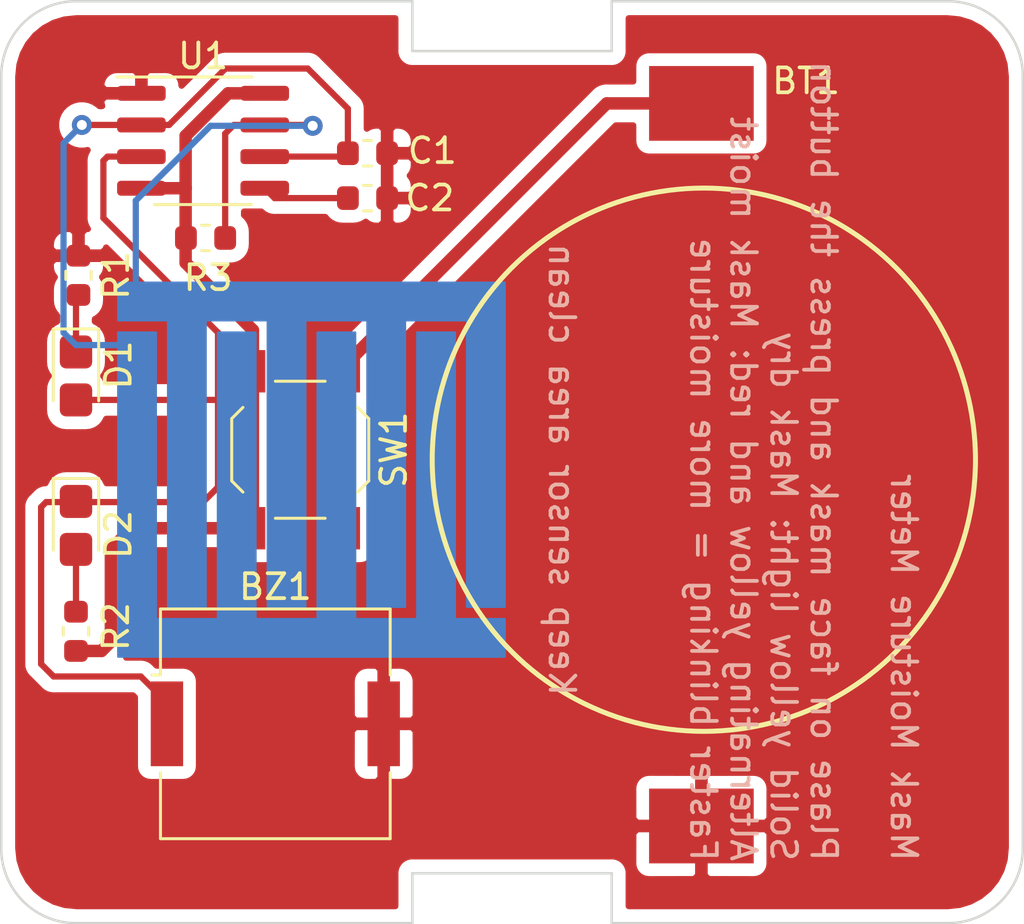
<source format=kicad_pcb>
(kicad_pcb (version 20171130) (host pcbnew "(5.1.4-0-10_14)")

  (general
    (thickness 1.6)
    (drawings 21)
    (tracks 65)
    (zones 0)
    (modules 12)
    (nets 10)
  )

  (page A4)
  (layers
    (0 F.Cu signal hide)
    (31 B.Cu signal hide)
    (32 B.Adhes user)
    (33 F.Adhes user)
    (34 B.Paste user)
    (35 F.Paste user)
    (36 B.SilkS user)
    (37 F.SilkS user)
    (38 B.Mask user)
    (39 F.Mask user)
    (40 Dwgs.User user)
    (41 Cmts.User user)
    (42 Eco1.User user)
    (43 Eco2.User user)
    (44 Edge.Cuts user)
    (45 Margin user)
    (46 B.CrtYd user)
    (47 F.CrtYd user)
    (48 B.Fab user hide)
    (49 F.Fab user hide)
  )

  (setup
    (last_trace_width 0.25)
    (trace_clearance 0.2)
    (zone_clearance 0.508)
    (zone_45_only no)
    (trace_min 0.2)
    (via_size 0.8)
    (via_drill 0.4)
    (via_min_size 0.4)
    (via_min_drill 0.3)
    (uvia_size 0.3)
    (uvia_drill 0.1)
    (uvias_allowed no)
    (uvia_min_size 0.2)
    (uvia_min_drill 0.1)
    (edge_width 0.1)
    (segment_width 0.2)
    (pcb_text_width 0.3)
    (pcb_text_size 1.5 1.5)
    (mod_edge_width 0.12)
    (mod_text_size 1 1)
    (mod_text_width 0.15)
    (pad_size 1.524 1.524)
    (pad_drill 0.762)
    (pad_to_mask_clearance 0.051)
    (solder_mask_min_width 0.25)
    (aux_axis_origin 0 0)
    (grid_origin 101 109)
    (visible_elements FFFFFF7F)
    (pcbplotparams
      (layerselection 0x010fc_ffffffff)
      (usegerberextensions false)
      (usegerberattributes false)
      (usegerberadvancedattributes false)
      (creategerberjobfile false)
      (excludeedgelayer true)
      (linewidth 0.100000)
      (plotframeref false)
      (viasonmask false)
      (mode 1)
      (useauxorigin false)
      (hpglpennumber 1)
      (hpglpenspeed 20)
      (hpglpendiameter 15.000000)
      (psnegative false)
      (psa4output false)
      (plotreference true)
      (plotvalue true)
      (plotinvisibletext false)
      (padsonsilk false)
      (subtractmaskfromsilk false)
      (outputformat 1)
      (mirror false)
      (drillshape 0)
      (scaleselection 1)
      (outputdirectory "Gerbers_V1.0/"))
  )

  (net 0 "")
  (net 1 "Net-(BT1-Pad1)")
  (net 2 "Net-(C1-Pad2)")
  (net 3 "Net-(C2-Pad1)")
  (net 4 "Net-(D1-Pad1)")
  (net 5 "Net-(D2-Pad2)")
  (net 6 "Net-(R3-Pad2)")
  (net 7 GND)
  (net 8 VCC)
  (net 9 "Net-(BZ1-Pad1)")

  (net_class Default "This is the default net class."
    (clearance 0.2)
    (trace_width 0.25)
    (via_dia 0.8)
    (via_drill 0.4)
    (uvia_dia 0.3)
    (uvia_drill 0.1)
    (add_net "Net-(BZ1-Pad1)")
    (add_net "Net-(C1-Pad2)")
    (add_net "Net-(C2-Pad1)")
    (add_net "Net-(D1-Pad1)")
    (add_net "Net-(D2-Pad2)")
    (add_net "Net-(R3-Pad2)")
  )

  (net_class " Power" ""
    (clearance 0.2)
    (trace_width 0.5)
    (via_dia 0.8)
    (via_drill 0.4)
    (uvia_dia 0.3)
    (uvia_drill 0.1)
    (add_net GND)
    (add_net "Net-(BT1-Pad1)")
    (add_net VCC)
  )

  (module maskmeter:PCB_Resistance_Pad (layer B.Cu) (tedit 5EC280D2) (tstamp 5EC24647)
    (at 113.7 89.8)
    (path /5EC253D9)
    (attr virtual)
    (fp_text reference R4 (at 12.5 -9.5) (layer B.SilkS) hide
      (effects (font (size 1 1) (thickness 0.15)) (justify mirror))
    )
    (fp_text value R_PCB (at -0.5 10) (layer B.Fab) hide
      (effects (font (size 1 1) (thickness 0.15)) (justify mirror))
    )
    (fp_poly (pts (xy 7.5 7) (xy 5.5 7) (xy 5.5 -4.5) (xy 4 -4.5)
      (xy 4 7) (xy 1.5 7) (xy 1.5 -4.5) (xy 0 -4.5)
      (xy 0 7) (xy -2.5 7) (xy -2.5 -4.5) (xy -4 -4.5)
      (xy -4 7) (xy -6.5 7) (xy -6.5 -4.5) (xy -8 -4.5)
      (xy -8 7) (xy -8 8.5) (xy 7.5 8.5)) (layer B.Cu) (width 0.1))
    (fp_poly (pts (xy -8 -5) (xy -6 -5) (xy -6 6.5) (xy -4.5 6.5)
      (xy -4.5 -5) (xy -2 -5) (xy -2 6.5) (xy -0.5 6.5)
      (xy -0.5 -5) (xy 2 -5) (xy 2 6.5) (xy 3.5 6.5)
      (xy 3.5 -5) (xy 6 -5) (xy 6 6.5) (xy 7.5 6.5)
      (xy 7.5 -5) (xy 7.5 -6.5) (xy -8 -6.5)) (layer B.Cu) (width 0.1))
    (fp_poly (pts (xy -9.5 10) (xy 9 10) (xy 9 -8) (xy -9.5 -8)) (layer B.Mask) (width 0.1))
    (pad 1 smd rect (at -7.25 -3.75) (size 1.5 1.5) (layers B.Cu B.Mask)
      (net 2 "Net-(C1-Pad2)"))
    (pad 2 smd rect (at -7.25 -5.75) (size 1.5 1.5) (layers B.Cu B.Mask)
      (net 6 "Net-(R3-Pad2)"))
  )

  (module maskmeter:QJ.BS-6 (layer F.Cu) (tedit 5EC234AB) (tstamp 5EC21D8F)
    (at 129.1 90.6 180)
    (path /5EC1F587)
    (fp_text reference BT1 (at -4.2 15.4) (layer F.SilkS)
      (effects (font (size 1 1) (thickness 0.15)))
    )
    (fp_text value Battery_Cell (at 0.3 17.8) (layer F.Fab) hide
      (effects (font (size 1 1) (thickness 0.15)))
    )
    (fp_line (start 3.5 -11.5) (end 10 -11.5) (layer F.CrtYd) (width 0.12))
    (fp_line (start 3.5 -14.5) (end 3.5 -11.5) (layer F.CrtYd) (width 0.12))
    (fp_line (start 2.5 -14.5) (end 3.5 -14.5) (layer F.CrtYd) (width 0.12))
    (fp_line (start 10 10.5) (end 10 -11.5) (layer F.CrtYd) (width 0.12))
    (fp_line (start 4 10.5) (end 10 10.5) (layer F.CrtYd) (width 0.12))
    (fp_line (start 4 14.5) (end 4 10.5) (layer F.CrtYd) (width 0.12))
    (fp_line (start 2.5 14.5) (end 4 14.5) (layer F.CrtYd) (width 0.12))
    (fp_line (start -4 14.5) (end 2.5 14.5) (layer F.CrtYd) (width 0.12))
    (fp_line (start -4 10.5) (end -4 14.5) (layer F.CrtYd) (width 0.12))
    (fp_line (start -10 10.5) (end -4 10.5) (layer F.CrtYd) (width 0.12))
    (fp_line (start -10 -11.5) (end -10 10.5) (layer F.CrtYd) (width 0.12))
    (fp_line (start -3.5 -11.5) (end -10 -11.5) (layer F.CrtYd) (width 0.12))
    (fp_line (start -3.5 -14.5) (end -3.5 -11.5) (layer F.CrtYd) (width 0.12))
    (fp_line (start 2.5 -14.5) (end -3.5 -14.5) (layer F.CrtYd) (width 0.12))
    (pad 2 smd rect (at 0 -14.5 180) (size 4.2 3) (layers F.Cu F.Paste F.Mask)
      (net 7 GND))
    (pad 1 smd rect (at 0 14.5 180) (size 4.2 3) (layers F.Cu F.Paste F.Mask)
      (net 1 "Net-(BT1-Pad1)"))
  )

  (module Buzzer_Beeper:Buzzer_Murata_PKMCS0909E4000-R1 (layer F.Cu) (tedit 5A030281) (tstamp 5EC2AA29)
    (at 112 101)
    (descr "Murata Buzzer http://www.murata.com/en-us/api/pdfdownloadapi?cate=&partno=PKMCS0909E4000-R1")
    (tags "Murata Buzzer Beeper")
    (path /5EC677E7)
    (attr smd)
    (fp_text reference BZ1 (at 0 -5.5) (layer F.SilkS)
      (effects (font (size 1 1) (thickness 0.15)))
    )
    (fp_text value Buzzer (at 0 5.5) (layer F.Fab)
      (effects (font (size 1 1) (thickness 0.15)))
    )
    (fp_line (start -4.75 4.75) (end -4.75 1.95) (layer F.CrtYd) (width 0.05))
    (fp_line (start -4.75 1.95) (end -5.25 1.95) (layer F.CrtYd) (width 0.05))
    (fp_line (start -5.25 1.95) (end -5.25 -1.95) (layer F.CrtYd) (width 0.05))
    (fp_line (start -4.75 -1.95) (end -5.25 -1.95) (layer F.CrtYd) (width 0.05))
    (fp_line (start -4.75 -1.95) (end -4.75 -4.75) (layer F.CrtYd) (width 0.05))
    (fp_line (start 4.75 -1.95) (end 5.25 -1.95) (layer F.CrtYd) (width 0.05))
    (fp_line (start 4.75 -1.95) (end 4.75 -4.75) (layer F.CrtYd) (width 0.05))
    (fp_line (start -4.5 4.5) (end -4.5 -3.5) (layer F.Fab) (width 0.1))
    (fp_line (start 4.75 4.75) (end 4.75 1.95) (layer F.CrtYd) (width 0.05))
    (fp_line (start -3.5 -4.5) (end 4.5 -4.5) (layer F.Fab) (width 0.1))
    (fp_line (start 4.5 -4.5) (end 4.5 4.5) (layer F.Fab) (width 0.1))
    (fp_line (start 4.5 4.5) (end -4.5 4.5) (layer F.Fab) (width 0.1))
    (fp_line (start -4.75 -4.75) (end 4.75 -4.75) (layer F.CrtYd) (width 0.05))
    (fp_line (start 4.75 4.75) (end -4.75 4.75) (layer F.CrtYd) (width 0.05))
    (fp_line (start -4.61 -1.96) (end -4.61 -4.61) (layer F.SilkS) (width 0.12))
    (fp_line (start -4.61 -4.61) (end 4.61 -4.61) (layer F.SilkS) (width 0.12))
    (fp_line (start 4.61 -4.61) (end 4.61 -1.96) (layer F.SilkS) (width 0.12))
    (fp_line (start 4.61 1.96) (end 4.61 4.61) (layer F.SilkS) (width 0.12))
    (fp_line (start 4.61 4.61) (end -4.61 4.61) (layer F.SilkS) (width 0.12))
    (fp_line (start -4.61 4.61) (end -4.61 1.96) (layer F.SilkS) (width 0.12))
    (fp_line (start -4.61 -1.96) (end -4.94 -1.96) (layer F.SilkS) (width 0.12))
    (fp_line (start -4.5 -3.5) (end -3.5 -4.5) (layer F.Fab) (width 0.1))
    (fp_text user %R (at 0 0.4) (layer F.Fab)
      (effects (font (size 1 1) (thickness 0.15)))
    )
    (fp_line (start 4.75 1.95) (end 5.25 1.95) (layer F.CrtYd) (width 0.05))
    (fp_line (start 5.25 1.95) (end 5.25 -1.95) (layer F.CrtYd) (width 0.05))
    (pad 2 smd rect (at 4.35 0) (size 1.3 3.4) (layers F.Cu F.Paste F.Mask)
      (net 7 GND))
    (pad 1 smd rect (at -4.35 0) (size 1.3 3.4) (layers F.Cu F.Paste F.Mask)
      (net 9 "Net-(BZ1-Pad1)"))
    (model ${KISYS3DMOD}/Buzzer_Beeper.3dshapes/Buzzer_Murata_PKMCS0909E4000-R1.wrl
      (at (xyz 0 0 0))
      (scale (xyz 1 1 1))
      (rotate (xyz 0 0 0))
    )
  )

  (module Button_Switch_SMD:SW_SPST_TL3342 (layer F.Cu) (tedit 5A02FC95) (tstamp 5EC22FC4)
    (at 113 90 270)
    (descr "Low-profile SMD Tactile Switch, https://www.e-switch.com/system/asset/product_line/data_sheet/165/TL3342.pdf")
    (tags "SPST Tactile Switch")
    (path /5EC238D8)
    (attr smd)
    (fp_text reference SW1 (at 0 -3.75 90) (layer F.SilkS)
      (effects (font (size 1 1) (thickness 0.15)))
    )
    (fp_text value SW_Push (at 0 3.75 90) (layer F.Fab)
      (effects (font (size 1 1) (thickness 0.15)))
    )
    (fp_circle (center 0 0) (end 1 0) (layer F.Fab) (width 0.1))
    (fp_line (start -4.25 3) (end -4.25 -3) (layer F.CrtYd) (width 0.05))
    (fp_line (start 4.25 3) (end -4.25 3) (layer F.CrtYd) (width 0.05))
    (fp_line (start 4.25 -3) (end 4.25 3) (layer F.CrtYd) (width 0.05))
    (fp_line (start -4.25 -3) (end 4.25 -3) (layer F.CrtYd) (width 0.05))
    (fp_line (start -1.2 -2.6) (end -2.6 -1.2) (layer F.Fab) (width 0.1))
    (fp_line (start 1.2 -2.6) (end -1.2 -2.6) (layer F.Fab) (width 0.1))
    (fp_line (start 2.6 -1.2) (end 1.2 -2.6) (layer F.Fab) (width 0.1))
    (fp_line (start 2.6 1.2) (end 2.6 -1.2) (layer F.Fab) (width 0.1))
    (fp_line (start 1.2 2.6) (end 2.6 1.2) (layer F.Fab) (width 0.1))
    (fp_line (start -1.2 2.6) (end 1.2 2.6) (layer F.Fab) (width 0.1))
    (fp_line (start -2.6 1.2) (end -1.2 2.6) (layer F.Fab) (width 0.1))
    (fp_line (start -2.6 -1.2) (end -2.6 1.2) (layer F.Fab) (width 0.1))
    (fp_line (start -1.25 -2.75) (end 1.25 -2.75) (layer F.SilkS) (width 0.12))
    (fp_line (start -2.75 -1) (end -2.75 1) (layer F.SilkS) (width 0.12))
    (fp_line (start -1.25 2.75) (end 1.25 2.75) (layer F.SilkS) (width 0.12))
    (fp_line (start 2.75 -1) (end 2.75 1) (layer F.SilkS) (width 0.12))
    (fp_line (start -2 1) (end -2 -1) (layer F.Fab) (width 0.1))
    (fp_line (start -1 2) (end -2 1) (layer F.Fab) (width 0.1))
    (fp_line (start 1 2) (end -1 2) (layer F.Fab) (width 0.1))
    (fp_line (start 2 1) (end 1 2) (layer F.Fab) (width 0.1))
    (fp_line (start 2 -1) (end 2 1) (layer F.Fab) (width 0.1))
    (fp_line (start 1 -2) (end 2 -1) (layer F.Fab) (width 0.1))
    (fp_line (start -1 -2) (end 1 -2) (layer F.Fab) (width 0.1))
    (fp_line (start -2 -1) (end -1 -2) (layer F.Fab) (width 0.1))
    (fp_line (start -1.7 -2.3) (end -1.25 -2.75) (layer F.SilkS) (width 0.12))
    (fp_line (start 1.7 -2.3) (end 1.25 -2.75) (layer F.SilkS) (width 0.12))
    (fp_line (start 1.7 2.3) (end 1.25 2.75) (layer F.SilkS) (width 0.12))
    (fp_line (start -1.7 2.3) (end -1.25 2.75) (layer F.SilkS) (width 0.12))
    (fp_line (start 3.2 1.6) (end 2.2 1.6) (layer F.Fab) (width 0.1))
    (fp_line (start 2.7 2.1) (end 2.7 1.6) (layer F.Fab) (width 0.1))
    (fp_line (start 1.7 2.1) (end 3.2 2.1) (layer F.Fab) (width 0.1))
    (fp_line (start -1.7 2.1) (end -3.2 2.1) (layer F.Fab) (width 0.1))
    (fp_line (start -3.2 1.6) (end -2.2 1.6) (layer F.Fab) (width 0.1))
    (fp_line (start -2.7 2.1) (end -2.7 1.6) (layer F.Fab) (width 0.1))
    (fp_line (start -3.2 -1.6) (end -2.2 -1.6) (layer F.Fab) (width 0.1))
    (fp_line (start -1.7 -2.1) (end -3.2 -2.1) (layer F.Fab) (width 0.1))
    (fp_line (start -2.7 -2.1) (end -2.7 -1.6) (layer F.Fab) (width 0.1))
    (fp_line (start 3.2 -1.6) (end 2.2 -1.6) (layer F.Fab) (width 0.1))
    (fp_line (start 1.7 -2.1) (end 3.2 -2.1) (layer F.Fab) (width 0.1))
    (fp_line (start 2.7 -2.1) (end 2.7 -1.6) (layer F.Fab) (width 0.1))
    (fp_line (start -3.2 -2.1) (end -3.2 -1.6) (layer F.Fab) (width 0.1))
    (fp_line (start -3.2 2.1) (end -3.2 1.6) (layer F.Fab) (width 0.1))
    (fp_line (start 3.2 -2.1) (end 3.2 -1.6) (layer F.Fab) (width 0.1))
    (fp_line (start 3.2 2.1) (end 3.2 1.6) (layer F.Fab) (width 0.1))
    (fp_text user %R (at 0 -3.75 90) (layer F.Fab)
      (effects (font (size 1 1) (thickness 0.15)))
    )
    (pad 2 smd rect (at 3.15 1.9 270) (size 1.7 1) (layers F.Cu F.Paste F.Mask)
      (net 8 VCC))
    (pad 2 smd rect (at -3.15 1.9 270) (size 1.7 1) (layers F.Cu F.Paste F.Mask)
      (net 8 VCC))
    (pad 1 smd rect (at 3.15 -1.9 270) (size 1.7 1) (layers F.Cu F.Paste F.Mask)
      (net 1 "Net-(BT1-Pad1)"))
    (pad 1 smd rect (at -3.15 -1.9 270) (size 1.7 1) (layers F.Cu F.Paste F.Mask)
      (net 1 "Net-(BT1-Pad1)"))
    (model ${KISYS3DMOD}/Button_Switch_SMD.3dshapes/SW_SPST_TL3342.wrl
      (at (xyz 0 0 0))
      (scale (xyz 1 1 1))
      (rotate (xyz 0 0 0))
    )
  )

  (module Resistor_SMD:R_0603_1608Metric (layer F.Cu) (tedit 5B301BBD) (tstamp 5EC22F8E)
    (at 109.2 81.5)
    (descr "Resistor SMD 0603 (1608 Metric), square (rectangular) end terminal, IPC_7351 nominal, (Body size source: http://www.tortai-tech.com/upload/download/2011102023233369053.pdf), generated with kicad-footprint-generator")
    (tags resistor)
    (path /5EC2560F)
    (attr smd)
    (fp_text reference R3 (at 0.1 1.6) (layer F.SilkS)
      (effects (font (size 1 1) (thickness 0.15)))
    )
    (fp_text value 1k (at -0.1 -1.6) (layer F.Fab)
      (effects (font (size 1 1) (thickness 0.15)))
    )
    (fp_text user %R (at -0.6 0) (layer F.Fab)
      (effects (font (size 0.4 0.4) (thickness 0.06)))
    )
    (fp_line (start 1.48 0.73) (end -1.48 0.73) (layer F.CrtYd) (width 0.05))
    (fp_line (start 1.48 -0.73) (end 1.48 0.73) (layer F.CrtYd) (width 0.05))
    (fp_line (start -1.48 -0.73) (end 1.48 -0.73) (layer F.CrtYd) (width 0.05))
    (fp_line (start -1.48 0.73) (end -1.48 -0.73) (layer F.CrtYd) (width 0.05))
    (fp_line (start -0.162779 0.51) (end 0.162779 0.51) (layer F.SilkS) (width 0.12))
    (fp_line (start -0.162779 -0.51) (end 0.162779 -0.51) (layer F.SilkS) (width 0.12))
    (fp_line (start 0.8 0.4) (end -0.8 0.4) (layer F.Fab) (width 0.1))
    (fp_line (start 0.8 -0.4) (end 0.8 0.4) (layer F.Fab) (width 0.1))
    (fp_line (start -0.8 -0.4) (end 0.8 -0.4) (layer F.Fab) (width 0.1))
    (fp_line (start -0.8 0.4) (end -0.8 -0.4) (layer F.Fab) (width 0.1))
    (pad 2 smd roundrect (at 0.7875 0) (size 0.875 0.95) (layers F.Cu F.Paste F.Mask) (roundrect_rratio 0.25)
      (net 6 "Net-(R3-Pad2)"))
    (pad 1 smd roundrect (at -0.7875 0) (size 0.875 0.95) (layers F.Cu F.Paste F.Mask) (roundrect_rratio 0.25)
      (net 8 VCC))
    (model ${KISYS3DMOD}/Resistor_SMD.3dshapes/R_0603_1608Metric.wrl
      (at (xyz 0 0 0))
      (scale (xyz 1 1 1))
      (rotate (xyz 0 0 0))
    )
  )

  (module Resistor_SMD:R_0603_1608Metric (layer F.Cu) (tedit 5B301BBD) (tstamp 5EC22F7D)
    (at 104 97.2875 90)
    (descr "Resistor SMD 0603 (1608 Metric), square (rectangular) end terminal, IPC_7351 nominal, (Body size source: http://www.tortai-tech.com/upload/download/2011102023233369053.pdf), generated with kicad-footprint-generator")
    (tags resistor)
    (path /5EC24FA1)
    (attr smd)
    (fp_text reference R2 (at 0.1875 1.6 90) (layer F.SilkS)
      (effects (font (size 1 1) (thickness 0.15)))
    )
    (fp_text value R75 (at 0 -1.3 90) (layer F.Fab)
      (effects (font (size 1 1) (thickness 0.15)))
    )
    (fp_line (start -0.8 0.4) (end -0.8 -0.4) (layer F.Fab) (width 0.1))
    (fp_line (start -0.8 -0.4) (end 0.8 -0.4) (layer F.Fab) (width 0.1))
    (fp_line (start 0.8 -0.4) (end 0.8 0.4) (layer F.Fab) (width 0.1))
    (fp_line (start 0.8 0.4) (end -0.8 0.4) (layer F.Fab) (width 0.1))
    (fp_line (start -0.162779 -0.51) (end 0.162779 -0.51) (layer F.SilkS) (width 0.12))
    (fp_line (start -0.162779 0.51) (end 0.162779 0.51) (layer F.SilkS) (width 0.12))
    (fp_line (start -1.48 0.73) (end -1.48 -0.73) (layer F.CrtYd) (width 0.05))
    (fp_line (start -1.48 -0.73) (end 1.48 -0.73) (layer F.CrtYd) (width 0.05))
    (fp_line (start 1.48 -0.73) (end 1.48 0.73) (layer F.CrtYd) (width 0.05))
    (fp_line (start 1.48 0.73) (end -1.48 0.73) (layer F.CrtYd) (width 0.05))
    (fp_text user %R (at 0 0 90) (layer F.Fab)
      (effects (font (size 0.4 0.4) (thickness 0.06)))
    )
    (pad 1 smd roundrect (at -0.7875 0 90) (size 0.875 0.95) (layers F.Cu F.Paste F.Mask) (roundrect_rratio 0.25)
      (net 8 VCC))
    (pad 2 smd roundrect (at 0.7875 0 90) (size 0.875 0.95) (layers F.Cu F.Paste F.Mask) (roundrect_rratio 0.25)
      (net 5 "Net-(D2-Pad2)"))
    (model ${KISYS3DMOD}/Resistor_SMD.3dshapes/R_0603_1608Metric.wrl
      (at (xyz 0 0 0))
      (scale (xyz 1 1 1))
      (rotate (xyz 0 0 0))
    )
  )

  (module Resistor_SMD:R_0603_1608Metric (layer F.Cu) (tedit 5B301BBD) (tstamp 5EC22F6C)
    (at 104.1 83 90)
    (descr "Resistor SMD 0603 (1608 Metric), square (rectangular) end terminal, IPC_7351 nominal, (Body size source: http://www.tortai-tech.com/upload/download/2011102023233369053.pdf), generated with kicad-footprint-generator")
    (tags resistor)
    (path /5EC249EA)
    (attr smd)
    (fp_text reference R1 (at 0 1.5 90) (layer F.SilkS)
      (effects (font (size 1 1) (thickness 0.15)))
    )
    (fp_text value R75 (at 0.1 -1.3 90) (layer F.Fab)
      (effects (font (size 1 1) (thickness 0.15)))
    )
    (fp_text user %R (at 0 0 90) (layer F.Fab)
      (effects (font (size 0.4 0.4) (thickness 0.06)))
    )
    (fp_line (start 1.48 0.73) (end -1.48 0.73) (layer F.CrtYd) (width 0.05))
    (fp_line (start 1.48 -0.73) (end 1.48 0.73) (layer F.CrtYd) (width 0.05))
    (fp_line (start -1.48 -0.73) (end 1.48 -0.73) (layer F.CrtYd) (width 0.05))
    (fp_line (start -1.48 0.73) (end -1.48 -0.73) (layer F.CrtYd) (width 0.05))
    (fp_line (start -0.162779 0.51) (end 0.162779 0.51) (layer F.SilkS) (width 0.12))
    (fp_line (start -0.162779 -0.51) (end 0.162779 -0.51) (layer F.SilkS) (width 0.12))
    (fp_line (start 0.8 0.4) (end -0.8 0.4) (layer F.Fab) (width 0.1))
    (fp_line (start 0.8 -0.4) (end 0.8 0.4) (layer F.Fab) (width 0.1))
    (fp_line (start -0.8 -0.4) (end 0.8 -0.4) (layer F.Fab) (width 0.1))
    (fp_line (start -0.8 0.4) (end -0.8 -0.4) (layer F.Fab) (width 0.1))
    (pad 2 smd roundrect (at 0.7875 0 90) (size 0.875 0.95) (layers F.Cu F.Paste F.Mask) (roundrect_rratio 0.25)
      (net 7 GND))
    (pad 1 smd roundrect (at -0.7875 0 90) (size 0.875 0.95) (layers F.Cu F.Paste F.Mask) (roundrect_rratio 0.25)
      (net 4 "Net-(D1-Pad1)"))
    (model ${KISYS3DMOD}/Resistor_SMD.3dshapes/R_0603_1608Metric.wrl
      (at (xyz 0 0 0))
      (scale (xyz 1 1 1))
      (rotate (xyz 0 0 0))
    )
  )

  (module LED_SMD:LED_0805_2012Metric_Castellated (layer F.Cu) (tedit 5B36C52C) (tstamp 5EC22F5B)
    (at 104 93.0375 270)
    (descr "LED SMD 0805 (2012 Metric), castellated end terminal, IPC_7351 nominal, (Body size source: https://docs.google.com/spreadsheets/d/1BsfQQcO9C6DZCsRaXUlFlo91Tg2WpOkGARC1WS5S8t0/edit?usp=sharing), generated with kicad-footprint-generator")
    (tags "LED castellated")
    (path /5EC27549)
    (attr smd)
    (fp_text reference D2 (at 0.3625 -1.7 90) (layer F.SilkS)
      (effects (font (size 1 1) (thickness 0.15)))
    )
    (fp_text value RED (at 0 1.6 90) (layer F.Fab)
      (effects (font (size 1 1) (thickness 0.15)))
    )
    (fp_text user %R (at 0 0 90) (layer F.Fab)
      (effects (font (size 0.5 0.5) (thickness 0.08)))
    )
    (fp_line (start 1.88 0.9) (end -1.88 0.9) (layer F.CrtYd) (width 0.05))
    (fp_line (start 1.88 -0.9) (end 1.88 0.9) (layer F.CrtYd) (width 0.05))
    (fp_line (start -1.88 -0.9) (end 1.88 -0.9) (layer F.CrtYd) (width 0.05))
    (fp_line (start -1.88 0.9) (end -1.88 -0.9) (layer F.CrtYd) (width 0.05))
    (fp_line (start -1.885 0.91) (end 1 0.91) (layer F.SilkS) (width 0.12))
    (fp_line (start -1.885 -0.91) (end -1.885 0.91) (layer F.SilkS) (width 0.12))
    (fp_line (start 1 -0.91) (end -1.885 -0.91) (layer F.SilkS) (width 0.12))
    (fp_line (start 1 0.6) (end 1 -0.6) (layer F.Fab) (width 0.1))
    (fp_line (start -1 0.6) (end 1 0.6) (layer F.Fab) (width 0.1))
    (fp_line (start -1 -0.3) (end -1 0.6) (layer F.Fab) (width 0.1))
    (fp_line (start -0.7 -0.6) (end -1 -0.3) (layer F.Fab) (width 0.1))
    (fp_line (start 1 -0.6) (end -0.7 -0.6) (layer F.Fab) (width 0.1))
    (pad 2 smd roundrect (at 0.9625 0 270) (size 1.325 1.3) (layers F.Cu F.Paste F.Mask) (roundrect_rratio 0.192308)
      (net 5 "Net-(D2-Pad2)"))
    (pad 1 smd roundrect (at -0.9625 0 270) (size 1.325 1.3) (layers F.Cu F.Paste F.Mask) (roundrect_rratio 0.192308)
      (net 9 "Net-(BZ1-Pad1)"))
    (model ${KISYS3DMOD}/LED_SMD.3dshapes/LED_0805_2012Metric_Castellated.wrl
      (at (xyz 0 0 0))
      (scale (xyz 1 1 1))
      (rotate (xyz 0 0 0))
    )
  )

  (module LED_SMD:LED_0805_2012Metric_Castellated (layer F.Cu) (tedit 5B36C52C) (tstamp 5EC22F48)
    (at 104 87.0375 270)
    (descr "LED SMD 0805 (2012 Metric), castellated end terminal, IPC_7351 nominal, (Body size source: https://docs.google.com/spreadsheets/d/1BsfQQcO9C6DZCsRaXUlFlo91Tg2WpOkGARC1WS5S8t0/edit?usp=sharing), generated with kicad-footprint-generator")
    (tags "LED castellated")
    (path /5EC2690A)
    (attr smd)
    (fp_text reference D1 (at -0.4375 -1.7 90) (layer F.SilkS)
      (effects (font (size 1 1) (thickness 0.15)))
    )
    (fp_text value YELLOW (at 0 1.6 90) (layer F.Fab)
      (effects (font (size 1 1) (thickness 0.15)))
    )
    (fp_text user %R (at 0 0 90) (layer F.Fab)
      (effects (font (size 0.5 0.5) (thickness 0.08)))
    )
    (fp_line (start 1.88 0.9) (end -1.88 0.9) (layer F.CrtYd) (width 0.05))
    (fp_line (start 1.88 -0.9) (end 1.88 0.9) (layer F.CrtYd) (width 0.05))
    (fp_line (start -1.88 -0.9) (end 1.88 -0.9) (layer F.CrtYd) (width 0.05))
    (fp_line (start -1.88 0.9) (end -1.88 -0.9) (layer F.CrtYd) (width 0.05))
    (fp_line (start -1.885 0.91) (end 1 0.91) (layer F.SilkS) (width 0.12))
    (fp_line (start -1.885 -0.91) (end -1.885 0.91) (layer F.SilkS) (width 0.12))
    (fp_line (start 1 -0.91) (end -1.885 -0.91) (layer F.SilkS) (width 0.12))
    (fp_line (start 1 0.6) (end 1 -0.6) (layer F.Fab) (width 0.1))
    (fp_line (start -1 0.6) (end 1 0.6) (layer F.Fab) (width 0.1))
    (fp_line (start -1 -0.3) (end -1 0.6) (layer F.Fab) (width 0.1))
    (fp_line (start -0.7 -0.6) (end -1 -0.3) (layer F.Fab) (width 0.1))
    (fp_line (start 1 -0.6) (end -0.7 -0.6) (layer F.Fab) (width 0.1))
    (pad 2 smd roundrect (at 0.9625 0 270) (size 1.325 1.3) (layers F.Cu F.Paste F.Mask) (roundrect_rratio 0.192308)
      (net 9 "Net-(BZ1-Pad1)"))
    (pad 1 smd roundrect (at -0.9625 0 270) (size 1.325 1.3) (layers F.Cu F.Paste F.Mask) (roundrect_rratio 0.192308)
      (net 4 "Net-(D1-Pad1)"))
    (model ${KISYS3DMOD}/LED_SMD.3dshapes/LED_0805_2012Metric_Castellated.wrl
      (at (xyz 0 0 0))
      (scale (xyz 1 1 1))
      (rotate (xyz 0 0 0))
    )
  )

  (module Capacitor_SMD:C_0603_1608Metric (layer F.Cu) (tedit 5B301BBE) (tstamp 5EC22F35)
    (at 115.7 79.9)
    (descr "Capacitor SMD 0603 (1608 Metric), square (rectangular) end terminal, IPC_7351 nominal, (Body size source: http://www.tortai-tech.com/upload/download/2011102023233369053.pdf), generated with kicad-footprint-generator")
    (tags capacitor)
    (path /5EC25BCC)
    (attr smd)
    (fp_text reference C2 (at 2.5 0) (layer F.SilkS)
      (effects (font (size 1 1) (thickness 0.15)))
    )
    (fp_text value 0.1uF (at 0 1.43) (layer F.Fab)
      (effects (font (size 1 1) (thickness 0.15)))
    )
    (fp_text user %R (at 0 0) (layer F.Fab)
      (effects (font (size 0.4 0.4) (thickness 0.06)))
    )
    (fp_line (start 1.48 0.73) (end -1.48 0.73) (layer F.CrtYd) (width 0.05))
    (fp_line (start 1.48 -0.73) (end 1.48 0.73) (layer F.CrtYd) (width 0.05))
    (fp_line (start -1.48 -0.73) (end 1.48 -0.73) (layer F.CrtYd) (width 0.05))
    (fp_line (start -1.48 0.73) (end -1.48 -0.73) (layer F.CrtYd) (width 0.05))
    (fp_line (start -0.162779 0.51) (end 0.162779 0.51) (layer F.SilkS) (width 0.12))
    (fp_line (start -0.162779 -0.51) (end 0.162779 -0.51) (layer F.SilkS) (width 0.12))
    (fp_line (start 0.8 0.4) (end -0.8 0.4) (layer F.Fab) (width 0.1))
    (fp_line (start 0.8 -0.4) (end 0.8 0.4) (layer F.Fab) (width 0.1))
    (fp_line (start -0.8 -0.4) (end 0.8 -0.4) (layer F.Fab) (width 0.1))
    (fp_line (start -0.8 0.4) (end -0.8 -0.4) (layer F.Fab) (width 0.1))
    (pad 2 smd roundrect (at 0.7875 0) (size 0.875 0.95) (layers F.Cu F.Paste F.Mask) (roundrect_rratio 0.25)
      (net 7 GND))
    (pad 1 smd roundrect (at -0.7875 0) (size 0.875 0.95) (layers F.Cu F.Paste F.Mask) (roundrect_rratio 0.25)
      (net 3 "Net-(C2-Pad1)"))
    (model ${KISYS3DMOD}/Capacitor_SMD.3dshapes/C_0603_1608Metric.wrl
      (at (xyz 0 0 0))
      (scale (xyz 1 1 1))
      (rotate (xyz 0 0 0))
    )
  )

  (module Capacitor_SMD:C_0603_1608Metric (layer F.Cu) (tedit 5B301BBE) (tstamp 5EC22F24)
    (at 115.7 78.1 180)
    (descr "Capacitor SMD 0603 (1608 Metric), square (rectangular) end terminal, IPC_7351 nominal, (Body size source: http://www.tortai-tech.com/upload/download/2011102023233369053.pdf), generated with kicad-footprint-generator")
    (tags capacitor)
    (path /5EC2274E)
    (attr smd)
    (fp_text reference C1 (at -2.6 0.1) (layer F.SilkS)
      (effects (font (size 1 1) (thickness 0.15)))
    )
    (fp_text value 10uF (at 0 1.43) (layer F.Fab)
      (effects (font (size 1 1) (thickness 0.15)))
    )
    (fp_text user %R (at 0 0) (layer F.Fab)
      (effects (font (size 0.4 0.4) (thickness 0.06)))
    )
    (fp_line (start 1.48 0.73) (end -1.48 0.73) (layer F.CrtYd) (width 0.05))
    (fp_line (start 1.48 -0.73) (end 1.48 0.73) (layer F.CrtYd) (width 0.05))
    (fp_line (start -1.48 -0.73) (end 1.48 -0.73) (layer F.CrtYd) (width 0.05))
    (fp_line (start -1.48 0.73) (end -1.48 -0.73) (layer F.CrtYd) (width 0.05))
    (fp_line (start -0.162779 0.51) (end 0.162779 0.51) (layer F.SilkS) (width 0.12))
    (fp_line (start -0.162779 -0.51) (end 0.162779 -0.51) (layer F.SilkS) (width 0.12))
    (fp_line (start 0.8 0.4) (end -0.8 0.4) (layer F.Fab) (width 0.1))
    (fp_line (start 0.8 -0.4) (end 0.8 0.4) (layer F.Fab) (width 0.1))
    (fp_line (start -0.8 -0.4) (end 0.8 -0.4) (layer F.Fab) (width 0.1))
    (fp_line (start -0.8 0.4) (end -0.8 -0.4) (layer F.Fab) (width 0.1))
    (pad 2 smd roundrect (at 0.7875 0 180) (size 0.875 0.95) (layers F.Cu F.Paste F.Mask) (roundrect_rratio 0.25)
      (net 2 "Net-(C1-Pad2)"))
    (pad 1 smd roundrect (at -0.7875 0 180) (size 0.875 0.95) (layers F.Cu F.Paste F.Mask) (roundrect_rratio 0.25)
      (net 7 GND))
    (model ${KISYS3DMOD}/Capacitor_SMD.3dshapes/C_0603_1608Metric.wrl
      (at (xyz 0 0 0))
      (scale (xyz 1 1 1))
      (rotate (xyz 0 0 0))
    )
  )

  (module Package_SO:SOIC-8_3.9x4.9mm_P1.27mm (layer F.Cu) (tedit 5C97300E) (tstamp 5EC21DA9)
    (at 109.1 77.6)
    (descr "SOIC, 8 Pin (JEDEC MS-012AA, https://www.analog.com/media/en/package-pcb-resources/package/pkg_pdf/soic_narrow-r/r_8.pdf), generated with kicad-footprint-generator ipc_gullwing_generator.py")
    (tags "SOIC SO")
    (path /5EBFED7A)
    (attr smd)
    (fp_text reference U1 (at 0 -3.4) (layer F.SilkS)
      (effects (font (size 1 1) (thickness 0.15)))
    )
    (fp_text value TLC555IDR (at -5.1 -0.6 90) (layer F.Fab)
      (effects (font (size 1 1) (thickness 0.15)))
    )
    (fp_line (start 3.7 -2.7) (end -3.7 -2.7) (layer F.CrtYd) (width 0.05))
    (fp_line (start 3.7 2.7) (end 3.7 -2.7) (layer F.CrtYd) (width 0.05))
    (fp_line (start -3.7 2.7) (end 3.7 2.7) (layer F.CrtYd) (width 0.05))
    (fp_line (start -3.7 -2.7) (end -3.7 2.7) (layer F.CrtYd) (width 0.05))
    (fp_line (start -1.95 -1.475) (end -0.975 -2.45) (layer F.Fab) (width 0.1))
    (fp_line (start -1.95 2.45) (end -1.95 -1.475) (layer F.Fab) (width 0.1))
    (fp_line (start 1.95 2.45) (end -1.95 2.45) (layer F.Fab) (width 0.1))
    (fp_line (start 1.95 -2.45) (end 1.95 2.45) (layer F.Fab) (width 0.1))
    (fp_line (start -0.975 -2.45) (end 1.95 -2.45) (layer F.Fab) (width 0.1))
    (fp_line (start 0 -2.56) (end -3.45 -2.56) (layer F.SilkS) (width 0.12))
    (fp_line (start 0 -2.56) (end 1.95 -2.56) (layer F.SilkS) (width 0.12))
    (fp_line (start 0 2.56) (end -1.95 2.56) (layer F.SilkS) (width 0.12))
    (fp_line (start 0 2.56) (end 1.95 2.56) (layer F.SilkS) (width 0.12))
    (pad 8 smd roundrect (at 2.475 -1.905) (size 1.95 0.6) (layers F.Cu F.Paste F.Mask) (roundrect_rratio 0.25)
      (net 8 VCC))
    (pad 7 smd roundrect (at 2.475 -0.635) (size 1.95 0.6) (layers F.Cu F.Paste F.Mask) (roundrect_rratio 0.25)
      (net 6 "Net-(R3-Pad2)"))
    (pad 6 smd roundrect (at 2.475 0.635) (size 1.95 0.6) (layers F.Cu F.Paste F.Mask) (roundrect_rratio 0.25)
      (net 2 "Net-(C1-Pad2)"))
    (pad 5 smd roundrect (at 2.475 1.905) (size 1.95 0.6) (layers F.Cu F.Paste F.Mask) (roundrect_rratio 0.25)
      (net 3 "Net-(C2-Pad1)"))
    (pad 4 smd roundrect (at -2.475 1.905) (size 1.95 0.6) (layers F.Cu F.Paste F.Mask) (roundrect_rratio 0.25)
      (net 8 VCC))
    (pad 3 smd roundrect (at -2.475 0.635) (size 1.95 0.6) (layers F.Cu F.Paste F.Mask) (roundrect_rratio 0.25)
      (net 9 "Net-(BZ1-Pad1)"))
    (pad 2 smd roundrect (at -2.475 -0.635) (size 1.95 0.6) (layers F.Cu F.Paste F.Mask) (roundrect_rratio 0.25)
      (net 2 "Net-(C1-Pad2)"))
    (pad 1 smd roundrect (at -2.475 -1.905) (size 1.95 0.6) (layers F.Cu F.Paste F.Mask) (roundrect_rratio 0.25)
      (net 7 GND))
    (model ${KISYS3DMOD}/Package_SO.3dshapes/SOIC-8_3.9x4.9mm_P1.27mm.wrl
      (at (xyz 0 0 0))
      (scale (xyz 1 1 1))
      (rotate (xyz 0 0 0))
    )
  )

  (gr_text "Keep sensor area clean" (at 123.5 90.8 270) (layer B.SilkS)
    (effects (font (size 1 1) (thickness 0.15)) (justify mirror))
  )
  (gr_text "Mask Moisture Meter\n\nPlase on face mask and press the button\nSolid yellow light: Mask dry\nAlternating yellow and red: Mask moist\nFaster blinking = more moisture" (at 133.2 106.6 270) (layer B.SilkS)
    (effects (font (size 1 1) (thickness 0.15)) (justify left mirror))
  )
  (gr_text "RickP\n2020" (at 140 106) (layer F.Mask)
    (effects (font (size 1 1) (thickness 0.15)) (justify right))
  )
  (gr_text "Mask\nMoisture\nMeter 1.0" (at 104.2 107 90) (layer F.Mask)
    (effects (font (size 1 1) (thickness 0.15)) (justify left))
  )
  (gr_line (start 125.5 109) (end 139 109) (layer Edge.Cuts) (width 0.1) (tstamp 5EC2AE8E))
  (gr_line (start 125.5 107) (end 125.5 109) (layer Edge.Cuts) (width 0.1))
  (gr_line (start 117.5 107) (end 125.5 107) (layer Edge.Cuts) (width 0.1))
  (gr_line (start 117.5 109) (end 117.5 107) (layer Edge.Cuts) (width 0.1))
  (gr_line (start 104 109) (end 117.5 109) (layer Edge.Cuts) (width 0.1))
  (gr_line (start 125.5 72) (end 139 72) (layer Edge.Cuts) (width 0.1) (tstamp 5EC2AE81))
  (gr_line (start 125.5 74) (end 125.5 72) (layer Edge.Cuts) (width 0.1))
  (gr_line (start 117.5 74) (end 125.5 74) (layer Edge.Cuts) (width 0.1))
  (gr_line (start 117.5 72) (end 117.5 74) (layer Edge.Cuts) (width 0.1))
  (gr_line (start 104 72) (end 117.5 72) (layer Edge.Cuts) (width 0.1))
  (gr_arc (start 104 75) (end 104 72) (angle -90) (layer Edge.Cuts) (width 0.1))
  (gr_arc (start 104 106) (end 101 106) (angle -90) (layer Edge.Cuts) (width 0.1))
  (gr_arc (start 139 106) (end 139 109) (angle -90) (layer Edge.Cuts) (width 0.1))
  (gr_arc (start 139 75) (end 142 75) (angle -90) (layer Edge.Cuts) (width 0.1))
  (gr_circle (center 129.198165 90.4) (end 140.1 90.4) (layer F.SilkS) (width 0.2))
  (gr_line (start 142 106) (end 142 75) (layer Edge.Cuts) (width 0.1) (tstamp 5EC21E67))
  (gr_line (start 101 75) (end 101 106) (layer Edge.Cuts) (width 0.1))

  (segment (start 114.9 86.5) (end 114.9 86.85) (width 0.5) (layer F.Cu) (net 1))
  (segment (start 125.3 76.1) (end 114.9 86.5) (width 0.5) (layer F.Cu) (net 1))
  (segment (start 129.1 76.1) (end 125.3 76.1) (width 0.5) (layer F.Cu) (net 1))
  (segment (start 114.9 93.15) (end 114.9 86.85) (width 0.5) (layer F.Cu) (net 1))
  (segment (start 110 74.7) (end 107.735 76.965) (width 0.25) (layer F.Cu) (net 2))
  (segment (start 114.9125 78.1) (end 114.9125 76.3125) (width 0.25) (layer F.Cu) (net 2))
  (segment (start 113.3 74.7) (end 110 74.7) (width 0.25) (layer F.Cu) (net 2))
  (segment (start 114.9125 76.3125) (end 113.3 74.7) (width 0.25) (layer F.Cu) (net 2))
  (segment (start 107.735 76.965) (end 106.625 76.965) (width 0.25) (layer F.Cu) (net 2))
  (segment (start 111.575 78.235) (end 114.7775 78.235) (width 0.25) (layer F.Cu) (net 2))
  (segment (start 114.7775 78.235) (end 114.9125 78.1) (width 0.25) (layer F.Cu) (net 2))
  (segment (start 106.625 76.965) (end 104.235 76.965) (width 0.25) (layer F.Cu) (net 2))
  (via (at 104.235 76.965) (size 0.8) (drill 0.4) (layers F.Cu B.Cu) (net 2))
  (segment (start 103.5 77.7) (end 104.235 76.965) (width 0.25) (layer B.Cu) (net 2))
  (segment (start 103.5 85.3) (end 103.5 77.7) (width 0.25) (layer B.Cu) (net 2))
  (segment (start 104 85.8) (end 103.5 85.3) (width 0.25) (layer B.Cu) (net 2))
  (segment (start 106.45 85.8) (end 104 85.8) (width 0.25) (layer B.Cu) (net 2))
  (segment (start 114.375 79.9) (end 114.9125 79.9) (width 0.25) (layer F.Cu) (net 3))
  (segment (start 111.97 79.9) (end 114.375 79.9) (width 0.25) (layer F.Cu) (net 3))
  (segment (start 111.575 79.505) (end 111.97 79.9) (width 0.25) (layer F.Cu) (net 3))
  (segment (start 104 83.8875) (end 104.1 83.7875) (width 0.25) (layer F.Cu) (net 4))
  (segment (start 104 86.075) (end 104 83.8875) (width 0.25) (layer F.Cu) (net 4))
  (segment (start 104 96.5) (end 104 94) (width 0.25) (layer F.Cu) (net 5))
  (segment (start 110.335 76.965) (end 111.575 76.965) (width 0.25) (layer F.Cu) (net 6))
  (segment (start 109.9875 77.3125) (end 110.335 76.965) (width 0.25) (layer F.Cu) (net 6))
  (segment (start 109.9875 81.5) (end 109.9875 77.3125) (width 0.25) (layer F.Cu) (net 6))
  (via (at 113.5 77) (size 0.8) (drill 0.4) (layers F.Cu B.Cu) (net 6))
  (segment (start 113.465 76.965) (end 113.5 77) (width 0.25) (layer F.Cu) (net 6))
  (segment (start 111.575 76.965) (end 113.465 76.965) (width 0.25) (layer F.Cu) (net 6))
  (segment (start 109.4 77) (end 113.5 77) (width 0.25) (layer B.Cu) (net 6))
  (segment (start 106.4 80) (end 109.4 77) (width 0.25) (layer B.Cu) (net 6))
  (segment (start 106.4 83.8) (end 106.4 80) (width 0.25) (layer B.Cu) (net 6))
  (segment (start 111.1 93.15) (end 111.1 86.85) (width 0.5) (layer F.Cu) (net 8))
  (segment (start 108.4 77.4) (end 110.105 75.695) (width 0.5) (layer F.Cu) (net 8))
  (segment (start 110.105 75.695) (end 111.575 75.695) (width 0.5) (layer F.Cu) (net 8))
  (segment (start 111.1 85.2) (end 108.4 82.5) (width 0.5) (layer F.Cu) (net 8))
  (segment (start 111.1 86.85) (end 111.1 85.2) (width 0.5) (layer F.Cu) (net 8))
  (segment (start 108.4 79.5) (end 108.395 79.505) (width 0.5) (layer F.Cu) (net 8))
  (segment (start 108.395 79.505) (end 106.625 79.505) (width 0.5) (layer F.Cu) (net 8))
  (segment (start 108.4 82.5) (end 108.4 79.5) (width 0.5) (layer F.Cu) (net 8))
  (segment (start 108.4 79.5) (end 108.4 77.4) (width 0.5) (layer F.Cu) (net 8))
  (segment (start 111.1 93.15) (end 107.85 93.15) (width 0.5) (layer F.Cu) (net 8))
  (segment (start 104 98.075) (end 105.025 98.075) (width 0.5) (layer F.Cu) (net 8))
  (segment (start 105.025 98.075) (end 105.4 97.7) (width 0.5) (layer F.Cu) (net 8))
  (segment (start 105.4 97.7) (end 105.4 94) (width 0.5) (layer F.Cu) (net 8))
  (segment (start 106.25 93.15) (end 107.85 93.15) (width 0.5) (layer F.Cu) (net 8))
  (segment (start 105.4 94) (end 106.25 93.15) (width 0.5) (layer F.Cu) (net 8))
  (segment (start 109.7 88) (end 104 88) (width 0.25) (layer F.Cu) (net 9))
  (segment (start 109.7 91.5) (end 109.7 88) (width 0.25) (layer F.Cu) (net 9))
  (segment (start 109.1 92.1) (end 109.7 91.5) (width 0.25) (layer F.Cu) (net 9))
  (segment (start 104.025 92.1) (end 109.1 92.1) (width 0.25) (layer F.Cu) (net 9))
  (segment (start 104 92.075) (end 104.025 92.1) (width 0.25) (layer F.Cu) (net 9))
  (segment (start 105.1 78.4) (end 105.1 80.7) (width 0.25) (layer F.Cu) (net 9))
  (segment (start 105.265 78.235) (end 105.1 78.4) (width 0.25) (layer F.Cu) (net 9))
  (segment (start 109.7 85.3) (end 109.7 88) (width 0.25) (layer F.Cu) (net 9))
  (segment (start 105.1 80.7) (end 109.7 85.3) (width 0.25) (layer F.Cu) (net 9))
  (segment (start 106.625 78.235) (end 105.265 78.235) (width 0.25) (layer F.Cu) (net 9))
  (segment (start 107.65 100.15) (end 107.65 101) (width 0.25) (layer F.Cu) (net 9))
  (segment (start 106.6 99.1) (end 107.65 100.15) (width 0.25) (layer F.Cu) (net 9))
  (segment (start 103.1 99.1) (end 106.6 99.1) (width 0.25) (layer F.Cu) (net 9))
  (segment (start 102.6 98.6) (end 103.1 99.1) (width 0.25) (layer F.Cu) (net 9))
  (segment (start 104 92.075) (end 103.975 92.1) (width 0.25) (layer F.Cu) (net 9))
  (segment (start 102.6 92.3) (end 102.6 98.6) (width 0.25) (layer F.Cu) (net 9))
  (segment (start 102.8 92.1) (end 102.6 92.3) (width 0.25) (layer F.Cu) (net 9))
  (segment (start 103.975 92.1) (end 102.8 92.1) (width 0.25) (layer F.Cu) (net 9))

  (zone (net 7) (net_name GND) (layer F.Cu) (tstamp 5EC2E783) (hatch edge 0.508)
    (connect_pads (clearance 0.508))
    (min_thickness 0.254)
    (fill yes (arc_segments 32) (thermal_gap 0.508) (thermal_bridge_width 0.508))
    (polygon
      (pts
        (xy 101.05625 71.975) (xy 142.05625 72.1625) (xy 141.94375 109.09375) (xy 100.94375 108.90625)
      )
    )
    (filled_polygon
      (pts
        (xy 116.815001 73.966343) (xy 116.811686 74) (xy 116.824912 74.134283) (xy 116.864081 74.263406) (xy 116.927688 74.382407)
        (xy 117.013289 74.486711) (xy 117.117593 74.572312) (xy 117.236594 74.635919) (xy 117.365717 74.675088) (xy 117.466353 74.685)
        (xy 117.5 74.688314) (xy 117.533647 74.685) (xy 125.466353 74.685) (xy 125.5 74.688314) (xy 125.533647 74.685)
        (xy 125.634283 74.675088) (xy 125.763406 74.635919) (xy 125.882407 74.572312) (xy 125.986711 74.486711) (xy 126.072312 74.382407)
        (xy 126.135919 74.263406) (xy 126.175088 74.134283) (xy 126.188314 74) (xy 126.185 73.966353) (xy 126.185 72.685)
        (xy 138.966495 72.685) (xy 139.449016 72.732312) (xy 139.88093 72.862714) (xy 140.279285 73.074524) (xy 140.628914 73.359675)
        (xy 140.916497 73.707303) (xy 141.131086 74.104177) (xy 141.264498 74.535161) (xy 141.315001 75.015663) (xy 141.315 105.966495)
        (xy 141.267688 106.449016) (xy 141.137287 106.880927) (xy 140.92548 107.27928) (xy 140.640325 107.628914) (xy 140.292697 107.916497)
        (xy 139.895825 108.131085) (xy 139.464834 108.2645) (xy 138.984346 108.315) (xy 126.185 108.315) (xy 126.185 107.033647)
        (xy 126.188314 107) (xy 126.175088 106.865717) (xy 126.135919 106.736594) (xy 126.072312 106.617593) (xy 126.057874 106.6)
        (xy 126.361928 106.6) (xy 126.374188 106.724482) (xy 126.410498 106.84418) (xy 126.469463 106.954494) (xy 126.548815 107.051185)
        (xy 126.645506 107.130537) (xy 126.75582 107.189502) (xy 126.875518 107.225812) (xy 127 107.238072) (xy 128.81425 107.235)
        (xy 128.973 107.07625) (xy 128.973 105.227) (xy 129.227 105.227) (xy 129.227 107.07625) (xy 129.38575 107.235)
        (xy 131.2 107.238072) (xy 131.324482 107.225812) (xy 131.44418 107.189502) (xy 131.554494 107.130537) (xy 131.651185 107.051185)
        (xy 131.730537 106.954494) (xy 131.789502 106.84418) (xy 131.825812 106.724482) (xy 131.838072 106.6) (xy 131.835 105.38575)
        (xy 131.67625 105.227) (xy 129.227 105.227) (xy 128.973 105.227) (xy 126.52375 105.227) (xy 126.365 105.38575)
        (xy 126.361928 106.6) (xy 126.057874 106.6) (xy 125.986711 106.513289) (xy 125.882407 106.427688) (xy 125.763406 106.364081)
        (xy 125.634283 106.324912) (xy 125.533647 106.315) (xy 125.5 106.311686) (xy 125.466353 106.315) (xy 117.533647 106.315)
        (xy 117.5 106.311686) (xy 117.466353 106.315) (xy 117.365717 106.324912) (xy 117.236594 106.364081) (xy 117.117593 106.427688)
        (xy 117.013289 106.513289) (xy 116.927688 106.617593) (xy 116.864081 106.736594) (xy 116.824912 106.865717) (xy 116.811686 107)
        (xy 116.815001 107.033657) (xy 116.815 108.315) (xy 104.033504 108.315) (xy 103.550984 108.267688) (xy 103.119073 108.137287)
        (xy 102.72072 107.92548) (xy 102.371086 107.640325) (xy 102.083503 107.292697) (xy 101.868915 106.895825) (xy 101.7355 106.464834)
        (xy 101.685 105.984346) (xy 101.685 103.6) (xy 126.361928 103.6) (xy 126.365 104.81425) (xy 126.52375 104.973)
        (xy 128.973 104.973) (xy 128.973 103.12375) (xy 129.227 103.12375) (xy 129.227 104.973) (xy 131.67625 104.973)
        (xy 131.835 104.81425) (xy 131.838072 103.6) (xy 131.825812 103.475518) (xy 131.789502 103.35582) (xy 131.730537 103.245506)
        (xy 131.651185 103.148815) (xy 131.554494 103.069463) (xy 131.44418 103.010498) (xy 131.324482 102.974188) (xy 131.2 102.961928)
        (xy 129.38575 102.965) (xy 129.227 103.12375) (xy 128.973 103.12375) (xy 128.81425 102.965) (xy 127 102.961928)
        (xy 126.875518 102.974188) (xy 126.75582 103.010498) (xy 126.645506 103.069463) (xy 126.548815 103.148815) (xy 126.469463 103.245506)
        (xy 126.410498 103.35582) (xy 126.374188 103.475518) (xy 126.361928 103.6) (xy 101.685 103.6) (xy 101.685 92.3)
        (xy 101.836324 92.3) (xy 101.84 92.337323) (xy 101.840001 98.562668) (xy 101.836324 98.6) (xy 101.850998 98.748985)
        (xy 101.894454 98.892246) (xy 101.965026 99.024276) (xy 101.990914 99.05582) (xy 102.06 99.140001) (xy 102.088998 99.163799)
        (xy 102.536196 99.610997) (xy 102.559999 99.640001) (xy 102.675724 99.734974) (xy 102.807753 99.805546) (xy 102.951014 99.849003)
        (xy 103.062667 99.86) (xy 103.062675 99.86) (xy 103.1 99.863676) (xy 103.137325 99.86) (xy 106.285199 99.86)
        (xy 106.361928 99.936729) (xy 106.361928 102.7) (xy 106.374188 102.824482) (xy 106.410498 102.94418) (xy 106.469463 103.054494)
        (xy 106.548815 103.151185) (xy 106.645506 103.230537) (xy 106.75582 103.289502) (xy 106.875518 103.325812) (xy 107 103.338072)
        (xy 108.3 103.338072) (xy 108.424482 103.325812) (xy 108.54418 103.289502) (xy 108.654494 103.230537) (xy 108.751185 103.151185)
        (xy 108.830537 103.054494) (xy 108.889502 102.94418) (xy 108.925812 102.824482) (xy 108.938072 102.7) (xy 115.061928 102.7)
        (xy 115.074188 102.824482) (xy 115.110498 102.94418) (xy 115.169463 103.054494) (xy 115.248815 103.151185) (xy 115.345506 103.230537)
        (xy 115.45582 103.289502) (xy 115.575518 103.325812) (xy 115.7 103.338072) (xy 116.06425 103.335) (xy 116.223 103.17625)
        (xy 116.223 101.127) (xy 116.477 101.127) (xy 116.477 103.17625) (xy 116.63575 103.335) (xy 117 103.338072)
        (xy 117.124482 103.325812) (xy 117.24418 103.289502) (xy 117.354494 103.230537) (xy 117.451185 103.151185) (xy 117.530537 103.054494)
        (xy 117.589502 102.94418) (xy 117.625812 102.824482) (xy 117.638072 102.7) (xy 117.635 101.28575) (xy 117.47625 101.127)
        (xy 116.477 101.127) (xy 116.223 101.127) (xy 115.22375 101.127) (xy 115.065 101.28575) (xy 115.061928 102.7)
        (xy 108.938072 102.7) (xy 108.938072 99.3) (xy 115.061928 99.3) (xy 115.065 100.71425) (xy 115.22375 100.873)
        (xy 116.223 100.873) (xy 116.223 98.82375) (xy 116.477 98.82375) (xy 116.477 100.873) (xy 117.47625 100.873)
        (xy 117.635 100.71425) (xy 117.638072 99.3) (xy 117.625812 99.175518) (xy 117.589502 99.05582) (xy 117.530537 98.945506)
        (xy 117.451185 98.848815) (xy 117.354494 98.769463) (xy 117.24418 98.710498) (xy 117.124482 98.674188) (xy 117 98.661928)
        (xy 116.63575 98.665) (xy 116.477 98.82375) (xy 116.223 98.82375) (xy 116.06425 98.665) (xy 115.7 98.661928)
        (xy 115.575518 98.674188) (xy 115.45582 98.710498) (xy 115.345506 98.769463) (xy 115.248815 98.848815) (xy 115.169463 98.945506)
        (xy 115.110498 99.05582) (xy 115.074188 99.175518) (xy 115.061928 99.3) (xy 108.938072 99.3) (xy 108.925812 99.175518)
        (xy 108.889502 99.05582) (xy 108.830537 98.945506) (xy 108.751185 98.848815) (xy 108.654494 98.769463) (xy 108.54418 98.710498)
        (xy 108.424482 98.674188) (xy 108.3 98.661928) (xy 107.236729 98.661928) (xy 107.163804 98.589002) (xy 107.140001 98.559999)
        (xy 107.024276 98.465026) (xy 106.892247 98.394454) (xy 106.748986 98.350997) (xy 106.637333 98.34) (xy 106.637322 98.34)
        (xy 106.6 98.336324) (xy 106.562678 98.34) (xy 106.01519 98.34) (xy 106.028817 98.328817) (xy 106.139411 98.194059)
        (xy 106.221589 98.040313) (xy 106.272195 97.87349) (xy 106.285 97.743477) (xy 106.285 97.743467) (xy 106.289281 97.700001)
        (xy 106.285 97.656534) (xy 106.285 94.366578) (xy 106.616579 94.035) (xy 109.965375 94.035) (xy 109.974188 94.124482)
        (xy 110.010498 94.24418) (xy 110.069463 94.354494) (xy 110.148815 94.451185) (xy 110.245506 94.530537) (xy 110.35582 94.589502)
        (xy 110.475518 94.625812) (xy 110.6 94.638072) (xy 111.6 94.638072) (xy 111.724482 94.625812) (xy 111.84418 94.589502)
        (xy 111.954494 94.530537) (xy 112.051185 94.451185) (xy 112.130537 94.354494) (xy 112.189502 94.24418) (xy 112.225812 94.124482)
        (xy 112.238072 94) (xy 112.238072 92.3) (xy 112.225812 92.175518) (xy 112.189502 92.05582) (xy 112.130537 91.945506)
        (xy 112.051185 91.848815) (xy 111.985 91.794499) (xy 111.985 88.205501) (xy 112.051185 88.151185) (xy 112.130537 88.054494)
        (xy 112.189502 87.94418) (xy 112.225812 87.824482) (xy 112.238072 87.7) (xy 112.238072 86) (xy 113.761928 86)
        (xy 113.761928 87.7) (xy 113.774188 87.824482) (xy 113.810498 87.94418) (xy 113.869463 88.054494) (xy 113.948815 88.151185)
        (xy 114.015001 88.205502) (xy 114.015 91.794498) (xy 113.948815 91.848815) (xy 113.869463 91.945506) (xy 113.810498 92.05582)
        (xy 113.774188 92.175518) (xy 113.761928 92.3) (xy 113.761928 94) (xy 113.774188 94.124482) (xy 113.810498 94.24418)
        (xy 113.869463 94.354494) (xy 113.948815 94.451185) (xy 114.045506 94.530537) (xy 114.15582 94.589502) (xy 114.275518 94.625812)
        (xy 114.4 94.638072) (xy 115.4 94.638072) (xy 115.524482 94.625812) (xy 115.64418 94.589502) (xy 115.754494 94.530537)
        (xy 115.851185 94.451185) (xy 115.930537 94.354494) (xy 115.989502 94.24418) (xy 116.025812 94.124482) (xy 116.038072 94)
        (xy 116.038072 92.3) (xy 116.025812 92.175518) (xy 115.989502 92.05582) (xy 115.930537 91.945506) (xy 115.851185 91.848815)
        (xy 115.785 91.794499) (xy 115.785 88.205501) (xy 115.851185 88.151185) (xy 115.930537 88.054494) (xy 115.989502 87.94418)
        (xy 116.025812 87.824482) (xy 116.038072 87.7) (xy 116.038072 86.613506) (xy 125.666579 76.985) (xy 126.361928 76.985)
        (xy 126.361928 77.6) (xy 126.374188 77.724482) (xy 126.410498 77.84418) (xy 126.469463 77.954494) (xy 126.548815 78.051185)
        (xy 126.645506 78.130537) (xy 126.75582 78.189502) (xy 126.875518 78.225812) (xy 127 78.238072) (xy 131.2 78.238072)
        (xy 131.324482 78.225812) (xy 131.44418 78.189502) (xy 131.554494 78.130537) (xy 131.651185 78.051185) (xy 131.730537 77.954494)
        (xy 131.789502 77.84418) (xy 131.825812 77.724482) (xy 131.838072 77.6) (xy 131.838072 74.6) (xy 131.825812 74.475518)
        (xy 131.789502 74.35582) (xy 131.730537 74.245506) (xy 131.651185 74.148815) (xy 131.554494 74.069463) (xy 131.44418 74.010498)
        (xy 131.324482 73.974188) (xy 131.2 73.961928) (xy 127 73.961928) (xy 126.875518 73.974188) (xy 126.75582 74.010498)
        (xy 126.645506 74.069463) (xy 126.548815 74.148815) (xy 126.469463 74.245506) (xy 126.410498 74.35582) (xy 126.374188 74.475518)
        (xy 126.361928 74.6) (xy 126.361928 75.215) (xy 125.343466 75.215) (xy 125.299999 75.210719) (xy 125.256533 75.215)
        (xy 125.256523 75.215) (xy 125.12651 75.227805) (xy 124.959687 75.278411) (xy 124.805941 75.360589) (xy 124.805939 75.36059)
        (xy 124.80594 75.36059) (xy 124.704953 75.443468) (xy 124.704951 75.44347) (xy 124.671183 75.471183) (xy 124.64347 75.504951)
        (xy 114.786494 85.361928) (xy 114.4 85.361928) (xy 114.275518 85.374188) (xy 114.15582 85.410498) (xy 114.045506 85.469463)
        (xy 113.948815 85.548815) (xy 113.869463 85.645506) (xy 113.810498 85.75582) (xy 113.774188 85.875518) (xy 113.761928 86)
        (xy 112.238072 86) (xy 112.225812 85.875518) (xy 112.189502 85.75582) (xy 112.130537 85.645506) (xy 112.051185 85.548815)
        (xy 111.985 85.494499) (xy 111.985 85.243469) (xy 111.989281 85.2) (xy 111.985 85.156531) (xy 111.985 85.156523)
        (xy 111.972195 85.02651) (xy 111.921589 84.859687) (xy 111.921589 84.859686) (xy 111.839411 84.705941) (xy 111.756532 84.604953)
        (xy 111.75653 84.604951) (xy 111.728817 84.571183) (xy 111.695049 84.54347) (xy 109.764202 82.612624) (xy 109.76875 82.613072)
        (xy 110.20625 82.613072) (xy 110.373408 82.596608) (xy 110.534142 82.54785) (xy 110.682275 82.468671) (xy 110.812115 82.362115)
        (xy 110.918671 82.232275) (xy 110.99785 82.084142) (xy 111.046608 81.923408) (xy 111.063072 81.75625) (xy 111.063072 81.24375)
        (xy 111.046608 81.076592) (xy 110.99785 80.915858) (xy 110.918671 80.767725) (xy 110.812115 80.637885) (xy 110.7475 80.584857)
        (xy 110.7475 80.442826) (xy 110.75 80.443072) (xy 111.433741 80.443072) (xy 111.545724 80.534974) (xy 111.677753 80.605546)
        (xy 111.821014 80.649003) (xy 111.932667 80.66) (xy 111.932676 80.66) (xy 111.969999 80.663676) (xy 112.007322 80.66)
        (xy 114.004082 80.66) (xy 114.087885 80.762115) (xy 114.217725 80.868671) (xy 114.365858 80.94785) (xy 114.526592 80.996608)
        (xy 114.69375 81.013072) (xy 115.13125 81.013072) (xy 115.298408 80.996608) (xy 115.459142 80.94785) (xy 115.607275 80.868671)
        (xy 115.62893 80.8509) (xy 115.695506 80.905537) (xy 115.80582 80.964502) (xy 115.925518 81.000812) (xy 116.05 81.013072)
        (xy 116.20175 81.01) (xy 116.3605 80.85125) (xy 116.3605 80.027) (xy 116.6145 80.027) (xy 116.6145 80.85125)
        (xy 116.77325 81.01) (xy 116.925 81.013072) (xy 117.049482 81.000812) (xy 117.16918 80.964502) (xy 117.279494 80.905537)
        (xy 117.376185 80.826185) (xy 117.455537 80.729494) (xy 117.514502 80.61918) (xy 117.550812 80.499482) (xy 117.563072 80.375)
        (xy 117.56 80.18575) (xy 117.40125 80.027) (xy 116.6145 80.027) (xy 116.3605 80.027) (xy 116.3405 80.027)
        (xy 116.3405 79.773) (xy 116.3605 79.773) (xy 116.3605 78.227) (xy 116.6145 78.227) (xy 116.6145 79.773)
        (xy 117.40125 79.773) (xy 117.56 79.61425) (xy 117.563072 79.425) (xy 117.550812 79.300518) (xy 117.514502 79.18082)
        (xy 117.455537 79.070506) (xy 117.397674 79) (xy 117.455537 78.929494) (xy 117.514502 78.81918) (xy 117.550812 78.699482)
        (xy 117.563072 78.575) (xy 117.56 78.38575) (xy 117.40125 78.227) (xy 116.6145 78.227) (xy 116.3605 78.227)
        (xy 116.3405 78.227) (xy 116.3405 77.973) (xy 116.3605 77.973) (xy 116.3605 77.14875) (xy 116.6145 77.14875)
        (xy 116.6145 77.973) (xy 117.40125 77.973) (xy 117.56 77.81425) (xy 117.563072 77.625) (xy 117.550812 77.500518)
        (xy 117.514502 77.38082) (xy 117.455537 77.270506) (xy 117.376185 77.173815) (xy 117.279494 77.094463) (xy 117.16918 77.035498)
        (xy 117.049482 76.999188) (xy 116.925 76.986928) (xy 116.77325 76.99) (xy 116.6145 77.14875) (xy 116.3605 77.14875)
        (xy 116.20175 76.99) (xy 116.05 76.986928) (xy 115.925518 76.999188) (xy 115.80582 77.035498) (xy 115.695506 77.094463)
        (xy 115.6725 77.113343) (xy 115.6725 76.349822) (xy 115.676176 76.312499) (xy 115.6725 76.275176) (xy 115.6725 76.275167)
        (xy 115.661503 76.163514) (xy 115.618046 76.020253) (xy 115.547474 75.888224) (xy 115.452501 75.772499) (xy 115.423503 75.748701)
        (xy 113.863804 74.189003) (xy 113.840001 74.159999) (xy 113.724276 74.065026) (xy 113.592247 73.994454) (xy 113.448986 73.950997)
        (xy 113.337333 73.94) (xy 113.337322 73.94) (xy 113.3 73.936324) (xy 113.262678 73.94) (xy 110.037325 73.94)
        (xy 110 73.936324) (xy 109.962675 73.94) (xy 109.962667 73.94) (xy 109.851014 73.950997) (xy 109.707753 73.994454)
        (xy 109.575724 74.065026) (xy 109.459999 74.159999) (xy 109.436201 74.188997) (xy 108.237366 75.387832) (xy 108.225812 75.270518)
        (xy 108.189502 75.15082) (xy 108.130537 75.040506) (xy 108.051185 74.943815) (xy 107.954494 74.864463) (xy 107.84418 74.805498)
        (xy 107.724482 74.769188) (xy 107.6 74.756928) (xy 106.91075 74.76) (xy 106.752 74.91875) (xy 106.752 75.568)
        (xy 106.772 75.568) (xy 106.772 75.822) (xy 106.752 75.822) (xy 106.752 75.842) (xy 106.498 75.842)
        (xy 106.498 75.822) (xy 105.17375 75.822) (xy 105.015 75.98075) (xy 105.011928 75.995) (xy 105.024188 76.119482)
        (xy 105.05013 76.205) (xy 104.938711 76.205) (xy 104.894774 76.161063) (xy 104.725256 76.047795) (xy 104.536898 75.969774)
        (xy 104.336939 75.93) (xy 104.133061 75.93) (xy 103.933102 75.969774) (xy 103.744744 76.047795) (xy 103.575226 76.161063)
        (xy 103.431063 76.305226) (xy 103.317795 76.474744) (xy 103.239774 76.663102) (xy 103.2 76.863061) (xy 103.2 77.066939)
        (xy 103.239774 77.266898) (xy 103.317795 77.455256) (xy 103.431063 77.624774) (xy 103.575226 77.768937) (xy 103.744744 77.882205)
        (xy 103.933102 77.960226) (xy 104.133061 78) (xy 104.336939 78) (xy 104.466205 77.974288) (xy 104.465026 77.975724)
        (xy 104.411333 78.076176) (xy 104.394454 78.107754) (xy 104.350997 78.251015) (xy 104.34 78.362668) (xy 104.34 78.362678)
        (xy 104.336324 78.4) (xy 104.34 78.437323) (xy 104.340001 80.662668) (xy 104.336324 80.7) (xy 104.350998 80.848985)
        (xy 104.394454 80.992246) (xy 104.465026 81.124276) (xy 104.476719 81.138523) (xy 104.38575 81.14) (xy 104.227 81.29875)
        (xy 104.227 82.0855) (xy 105.05125 82.0855) (xy 105.21 81.92675) (xy 105.210832 81.885634) (xy 108.94 85.614803)
        (xy 108.940001 87.24) (xy 105.216383 87.24) (xy 105.138405 87.094114) (xy 105.091943 87.0375) (xy 105.138405 86.980886)
        (xy 105.220472 86.82735) (xy 105.271008 86.660754) (xy 105.288072 86.4875) (xy 105.288072 85.6625) (xy 105.271008 85.489246)
        (xy 105.220472 85.32265) (xy 105.138405 85.169114) (xy 105.027962 85.034538) (xy 104.893386 84.924095) (xy 104.76 84.852798)
        (xy 104.76 84.757303) (xy 104.832275 84.718671) (xy 104.962115 84.612115) (xy 105.068671 84.482275) (xy 105.14785 84.334142)
        (xy 105.196608 84.173408) (xy 105.213072 84.00625) (xy 105.213072 83.56875) (xy 105.196608 83.401592) (xy 105.14785 83.240858)
        (xy 105.068671 83.092725) (xy 105.0509 83.07107) (xy 105.105537 83.004494) (xy 105.164502 82.89418) (xy 105.200812 82.774482)
        (xy 105.213072 82.65) (xy 105.21 82.49825) (xy 105.05125 82.3395) (xy 104.227 82.3395) (xy 104.227 82.3595)
        (xy 103.973 82.3595) (xy 103.973 82.3395) (xy 103.14875 82.3395) (xy 102.99 82.49825) (xy 102.986928 82.65)
        (xy 102.999188 82.774482) (xy 103.035498 82.89418) (xy 103.094463 83.004494) (xy 103.1491 83.07107) (xy 103.131329 83.092725)
        (xy 103.05215 83.240858) (xy 103.003392 83.401592) (xy 102.986928 83.56875) (xy 102.986928 84.00625) (xy 103.003392 84.173408)
        (xy 103.05215 84.334142) (xy 103.131329 84.482275) (xy 103.237885 84.612115) (xy 103.240001 84.613851) (xy 103.240001 84.852798)
        (xy 103.106614 84.924095) (xy 102.972038 85.034538) (xy 102.861595 85.169114) (xy 102.779528 85.32265) (xy 102.728992 85.489246)
        (xy 102.711928 85.6625) (xy 102.711928 86.4875) (xy 102.728992 86.660754) (xy 102.779528 86.82735) (xy 102.861595 86.980886)
        (xy 102.908057 87.0375) (xy 102.861595 87.094114) (xy 102.779528 87.24765) (xy 102.728992 87.414246) (xy 102.711928 87.5875)
        (xy 102.711928 88.4125) (xy 102.728992 88.585754) (xy 102.779528 88.75235) (xy 102.861595 88.905886) (xy 102.972038 89.040462)
        (xy 103.106614 89.150905) (xy 103.26015 89.232972) (xy 103.426746 89.283508) (xy 103.6 89.300572) (xy 104.4 89.300572)
        (xy 104.573254 89.283508) (xy 104.73985 89.232972) (xy 104.893386 89.150905) (xy 105.027962 89.040462) (xy 105.138405 88.905886)
        (xy 105.216383 88.76) (xy 108.940001 88.76) (xy 108.94 91.185198) (xy 108.785199 91.34) (xy 105.225735 91.34)
        (xy 105.220472 91.32265) (xy 105.138405 91.169114) (xy 105.027962 91.034538) (xy 104.893386 90.924095) (xy 104.73985 90.842028)
        (xy 104.573254 90.791492) (xy 104.4 90.774428) (xy 103.6 90.774428) (xy 103.426746 90.791492) (xy 103.26015 90.842028)
        (xy 103.106614 90.924095) (xy 102.972038 91.034538) (xy 102.861595 91.169114) (xy 102.779528 91.32265) (xy 102.774622 91.338823)
        (xy 102.762675 91.34) (xy 102.762667 91.34) (xy 102.651014 91.350997) (xy 102.507753 91.394454) (xy 102.375724 91.465026)
        (xy 102.259999 91.559999) (xy 102.236196 91.589003) (xy 102.089003 91.736196) (xy 102.059999 91.759999) (xy 102.020809 91.807753)
        (xy 101.965026 91.875724) (xy 101.924782 91.951015) (xy 101.894454 92.007754) (xy 101.850997 92.151015) (xy 101.84 92.262668)
        (xy 101.84 92.262678) (xy 101.836324 92.3) (xy 101.685 92.3) (xy 101.685 81.775) (xy 102.986928 81.775)
        (xy 102.99 81.92675) (xy 103.14875 82.0855) (xy 103.973 82.0855) (xy 103.973 81.29875) (xy 103.81425 81.14)
        (xy 103.625 81.136928) (xy 103.500518 81.149188) (xy 103.38082 81.185498) (xy 103.270506 81.244463) (xy 103.173815 81.323815)
        (xy 103.094463 81.420506) (xy 103.035498 81.53082) (xy 102.999188 81.650518) (xy 102.986928 81.775) (xy 101.685 81.775)
        (xy 101.685 75.395) (xy 105.011928 75.395) (xy 105.015 75.40925) (xy 105.17375 75.568) (xy 106.498 75.568)
        (xy 106.498 74.91875) (xy 106.33925 74.76) (xy 105.65 74.756928) (xy 105.525518 74.769188) (xy 105.40582 74.805498)
        (xy 105.295506 74.864463) (xy 105.198815 74.943815) (xy 105.119463 75.040506) (xy 105.060498 75.15082) (xy 105.024188 75.270518)
        (xy 105.011928 75.395) (xy 101.685 75.395) (xy 101.685 75.033505) (xy 101.732312 74.550984) (xy 101.862714 74.11907)
        (xy 102.074524 73.720715) (xy 102.359675 73.371086) (xy 102.707303 73.083503) (xy 103.104177 72.868914) (xy 103.535161 72.735502)
        (xy 104.015654 72.685) (xy 116.815 72.685)
      )
    )
  )
)

</source>
